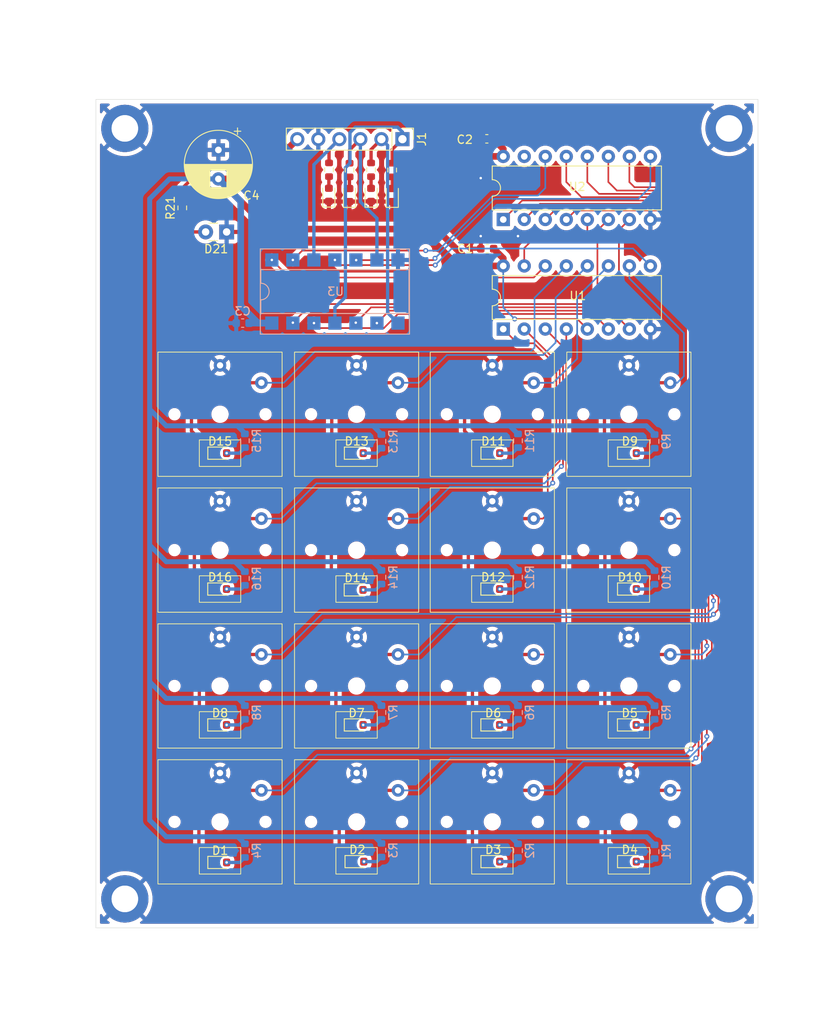
<source format=kicad_pcb>
(kicad_pcb (version 20240108) (generator "pcbnew") (generator_version "8.0")
  (layers (0 "F.Cu" signal) (31 "B.Cu" signal) (34 "B.Paste" user) (35 "F.Paste" user) (36 "B.SilkS" user "B.Silkscreen") (37 "F.SilkS" user "F.Silkscreen") (38 "B.Mask" user) (39 "F.Mask" user) (44 "Edge.Cuts" user))
  (net 0 "")
  (net 1 "GND")
  (net 2 "Net-(D1-A)")
  (net 3 "Net-(D2-A)")
  (net 4 "Net-(D3-A)")
  (net 5 "Net-(D4-A)")
  (net 6 "/0")
  (net 7 "/3")
  (net 8 "Net-(D5-A)")
  (net 9 "Net-(D6-A)")
  (net 10 "Net-(D7-A)")
  (net 11 "/2")
  (net 12 "/1")
  (net 13 "Net-(D8-A)")
  (net 14 "Net-(D9-A)")
  (net 15 "/7")
  (net 16 "/ret")
  (net 17 "Net-(D10-A)")
  (net 18 "Net-(D11-A)")
  (net 19 "/6")
  (net 20 "Net-(D12-A)")
  (net 21 "Net-(D13-A)")
  (net 22 "/5")
  (net 23 "Net-(D14-A)")
  (net 24 "Net-(D15-A)")
  (net 25 "/4")
  (net 26 "Net-(D16-A)")
  (net 27 "Net-(D17-A)")
  (net 28 "Net-(D18-A)")
  (net 29 "Net-(D19-A)")
  (net 30 "Net-(D20-A)")
  (net 31 "Net-(D21-A)")
  (net 32 "Net-(J1-Pin_4)")
  (net 33 "Net-(J1-Pin_2)")
  (net 34 "Net-(J1-Pin_3)")
  (net 35 "Net-(J1-Pin_1)")
  (net 36 "Net-(U1-S2)")
  (net 37 "Net-(U1-GS)")
  (net 38 "Net-(U1-S0)")
  (net 39 "Net-(U1-S1)")
  (net 40 "Net-(U1-EO)")
  (net 41 "Net-(U2-S2)")
  (net 42 "Net-(U2-S0)")
  (net 43 "Net-(U2-GS)")
  (net 44 "Net-(U2-S1)")
  (net 46 "+5V")
  (net 47 "/mul")
  (net 48 "/div")
  (net 49 "/add")
  (net 50 "/sub")
  (net 51 "/del")
  (net 52 "/9")
  (net 53 "/8")
  (footprint "keyboards:chocswbrown" (layer "F.Cu") (at 161.9 120.8)
    (property "Reference" "SW15" (hide yes))
    (property "Value" "SW_Push_45deg")
  )
  (footprint "keyboards:chocswbrown" (layer "F.Cu") (at 161.9 88)
    (property "Reference" "SW4" (hide yes))
    (property "Value" "SW_Push_45deg")
  )
  (footprint "LED_SMD:LED_0603_1608Metric" (layer "F.Cu") (at 112.5 109.1)
    (property "Reference" "D16")
    (property "Value" "LED_Small" (hide yes))
  )
  (footprint "keyboards:chocswbrown" (layer "F.Cu") (at 145.4 88)
    (property "Reference" "SW3" (hide yes))
    (property "Value" "SW_Push_45deg")
  )
  (footprint "MountingHole:MountingHole_3.2mm_M3_ISO7380_Pad" (layer "F.Cu") (at 174 146.5)
    (property "Reference" "REF**" (hide yes))
    (property "Value" "MountingHole_3.2mm_M3_ISO7380_Pad" (hide yes))
  )
  (footprint "" (layer "F.Cu") (at 174 146.5)
    (property "Reference" "")
    (property "Value" "")
  )
  (footprint "keyboards:chocswbrown" (layer "F.Cu") (at 112.5 137.2)
    (property "Reference" "SW10" (hide yes))
    (property "Value" "SW_Push_45deg" (hide yes))
  )
  (footprint "LED_SMD:LED_0603_1608Metric" (layer "F.Cu") (at 112.5125 142.1)
    (property "Reference" "D1")
    (property "Value" "LED_Small" (hide yes))
  )
  (footprint "LED_SMD:LED_0603_1608Metric" (layer "F.Cu") (at 145.5125 92.7)
    (property "Reference" "D11")
    (property "Value" "LED_Small" (hide yes))
  )
  (footprint "keyboards:chocswbrown" (layer "F.Cu") (at 129 137.2)
    (property "Reference" "SW12" (hide yes))
    (property "Value" "SW_Push_45deg" (hide yes))
  )
  (footprint "Capacitor_THT:CP_Radial_D8.0mm_P3.50mm" (layer "F.Cu") (at 112.3 56.1 -90)
    (property "Reference" "C4")
    (property "Value" "C_Polarized_Small" (hide yes))
  )
  (footprint "keyboards:chocswbrown" (layer "F.Cu") (at 112.5 120.8)
    (property "Reference" "SW9" (hide yes))
    (property "Value" "SW_Push_45deg")
  )
  (footprint "LED_SMD:LED_0603_1608Metric" (layer "F.Cu") (at 129.0125 92.7)
    (property "Reference" "D13")
    (property "Value" "LED_Small" (hide yes))
  )
  (footprint "Resistor_SMD:R_0603_1608Metric" (layer "F.Cu") (at 125.67 58.4925 90)
    (property "Reference" "R20" (hide yes))
    (property "Value" "R_Small" (hide yes))
  )
  (footprint "MountingHole:MountingHole_3.2mm_M3_ISO7380_Pad" (layer "F.Cu") (at 174 53.5)
    (property "Reference" "REF**" (hide yes))
    (property "Value" "MountingHole_3.2mm_M3_ISO7380_Pad" (hide yes))
  )
  (footprint "LED_SMD:LED_0603_1608Metric" (layer "F.Cu") (at 133.31 61.545 90)
    (property "Reference" "D17" (hide yes))
    (property "Value" "LED_Small" (hide yes))
  )
  (footprint "LED_SMD:LED_0603_1608Metric" (layer "F.Cu") (at 162.0125 92.7)
    (property "Reference" "D9")
    (property "Value" "LED_Small" (hide yes))
  )
  (footprint "MountingHole:MountingHole_3.2mm_M3_ISO7380_Pad" (layer "F.Cu") (at 101 146.5)
    (property "Reference" "REF**" (hide yes))
    (property "Value" "MountingHole_3.2mm_M3_ISO7380_Pad" (hide yes))
  )
  (footprint "keyboards:chocswbrown" (layer "F.Cu") (at 161.9 137.2)
    (property "Reference" "SW16" (hide yes))
    (property "Value" "SW_Push_45deg" (hide yes))
  )
  (footprint "MountingHole:MountingHole_3.2mm_M3_ISO7380_Pad" (layer "F.Cu") (at 101 53.5)
    (property "Reference" "REF**" (hide yes))
    (property "Value" "MountingHole_3.2mm_M3_ISO7380_Pad" (hide yes))
  )
  (footprint "keyboards:chocswbrown" (layer "F.Cu") (at 145.4 137.2)
    (property "Reference" "SW14" (hide yes))
    (property "Value" "SW_Push_45deg" (hide yes))
  )
  (footprint "LED_SMD:LED_0603_1608Metric" (layer "F.Cu") (at 128.9875 109.2)
    (property "Reference" "D14")
    (property "Value" "LED_Small" (hide yes))
  )
  (footprint "LED_SMD:LED_0603_1608Metric" (layer "F.Cu") (at 112.5125 92.7)
    (property "Reference" "D15")
    (property "Value" "LED_Small" (hide yes))
  )
  (footprint "Resistor_SMD:R_0603_1608Metric" (layer "F.Cu") (at 107.94 63.09 90)
    (property "Reference" "R21")
    (property "Value" "R_Small" (hide yes))
  )
  (footprint "Capacitor_SMD:C_0603_1608Metric" (layer "F.Cu") (at 144.785 68.02 180)
    (property "Reference" "C1")
    (property "Value" "C_Small" (hide yes))
  )
  (footprint "LED_SMD:LED_0603_1608Metric" (layer "F.Cu") (at 145.5 109.1)
    (property "Reference" "D12")
    (property "Value" "LED_Small" (hide yes))
  )
  (footprint "keyboards:chocswbrown" (layer "F.Cu") (at 145.4 104.4)
    (property "Reference" "SW7" (hide yes))
    (property "Value" "SW_Push_45deg")
  )
  (footprint "keyboards:chocswbrown" (layer "F.Cu") (at 161.9 104.4)
    (property "Reference" "SW8" (hide yes))
    (property "Value" "SW_Push_45deg")
  )
  (footprint "LED_SMD:LED_0603_1608Metric" (layer "F.Cu") (at 129 125.5)
    (property "Reference" "D7")
    (property "Value" "LED_Small" (hide yes))
  )
  (footprint "LED_SMD:LED_0603_1608Metric" (layer "F.Cu") (at 130.75 61.52 90)
    (property "Reference" "D18" (hide yes))
    (property "Value" "LED_Small" (hide yes))
  )
  (footprint "keyboards:chocswbrown" (layer "F.Cu") (at 129 104.4)
    (property "Reference" "SW6" (hide yes))
    (property "Value" "SW_Push_45deg")
  )
  (footprint "LED_SMD:LED_0603_1608Metric" (layer "F.Cu") (at 145.5125 142)
    (property "Reference" "D3")
    (property "Value" "LED_Small" (hide yes))
  )
  (footprint "Connector_PinHeader_2.54mm:PinHeader_1x06_P2.54mm_Vertical" (layer "F.Cu") (at 134.54 54.8 -90)
    (property "Reference" "J1")
    (property "Value" "Conn_01x06_Pin" (hide yes))
  )
  (footprint "Resistor_SMD:R_0603_1608Metric" (layer "F.Cu") (at 128.15 58.525 90)
    (property "Reference" "R19" (hide yes))
    (property "Value" "R_Small" (hide yes))
  )
  (footprint "Capacitor_SMD:C_0603_1608Metric" (layer "F.Cu") (at 144.735 54.76 180)
    (property "Reference" "C2")
    (property "Value" "C_Small" (hide yes))
  )
  (footprint "keyboards:chocswbrown" (layer "F.Cu") (at 112.5 88)
    (property "Reference" "SW1" (hide yes))
    (property "Value" "SW_Push_45deg")
  )
  (footprint "" (layer "F.Cu") (at 101 53.5)
    (property "Reference" "")
    (property "Value" "")
  )
  (footprint "LED_SMD:LED_0603_1608Metric" (layer "F.Cu") (at 162.0125 109.1)
    (property "Reference" "D10")
    (property "Value" "LED_Small" (hide yes))
  )
  (footprint "Resistor_SMD:R_0603_1608Metric" (layer "F.Cu") (at 130.75 58.5 90)
    (property "Reference" "R18" (hide yes))
    (property "Value" "R_Small" (hide yes))
  )
  (footprint "keyboards:chocswbrown" (layer "F.Cu") (at 129 88)
    (property "Reference" "SW2" (hide yes))
    (property "Value" "SW_Push_45deg")
  )
  (footprint "keyboards:chocswbrown" (layer "F.Cu") (at 129 120.8)
    (property "Reference" "SW11" (hide yes))
    (property "Value" "SW_Push_45deg")
  )
  (footprint "keyboards:chocswbrown" (layer "F.Cu") (at 145.4 120.8)
    (property "Reference" "SW13" (hide yes))
    (property "Value" "SW_Push_45deg")
  )
  (footprint "Package_DIP:DIP-16_W7.62mm" (layer "F.Cu") (at 146.72 64.5 90)
    (property "Reference" "U2")
    (property "Value" "74LS148")
  )
  (footprint "" (layer "F.Cu") (at 101 146.5)
    (property "Reference" "")
    (property "Value" "")
  )
  (footprint "Resistor_SMD:R_0603_1608Metric" (layer "F.Cu") (at 133.3 58.525 90)
    (property "Reference" "R17" (hide yes))
    (property "Value" "R_Small" (hide yes))
  )
  (footprint "LED_SMD:LED_0603_1608Metric" (layer "F.Cu") (at 162.0125 142)
    (property "Reference" "D4")
    (property "Value" "LED_Small" (hide yes))
  )
  (footprint "LED_SMD:LED_0603_1608Metric" (layer "F.Cu") (at 162 125.5)
    (property "Reference" "D5")
    (property "Value" "LED_Small" (hide yes))
  )
  (footprint "LED_SMD:LED_0603_1608Metric" (layer "F.Cu") (at 125.65 61.5125 90)
    (property "Reference" "D20" (hide yes))
    (property "Value" "LED_Small" (hide yes))
  )
  (footprint "LED_SMD:LED_0603_1608Metric" (layer "F.Cu") (at 112.5 125.5)
    (property "Reference" "D8")
    (property "Value" "LED_Small" (hide yes))
  )
  (footprint "LED_THT:LED_Rectangular_W3.0mm_H2.0mm" (layer "F.Cu") (at 113.3 66 180)
    (property "Reference" "D21")
    (property "Value" "LED_Small" (hide yes))
  )
  (footprint "keyboards:chocswbrown" (layer "F.Cu") (at 112.5 104.4)
    (property "Reference" "SW5" (hide yes))
    (property "Value" "SW_Push_45deg")
  )
  (footprint "LED_SMD:LED_0603_1608Metric" (layer "F.Cu") (at 128.14 61.545 90)
    (property "Reference" "D19" (hide yes))
    (property "Value" "LED_Small" (hide yes))
  )
  (footprint "LED_SMD:LED_0603_1608Metric" (layer "F.Cu") (at 129.0875 142)
    (property "Reference" "D2")
    (property "Value" "LED_Small" (hide yes))
  )
  (footprint "LED_SMD:LED_0603_1608Metric" (layer "F.Cu") (at 145.5 125.5)
    (property "Reference" "D6")
    (property "Value" "LED_Small" (hide yes))
  )
  (footprint "Package_DIP:DIP-16_W7.62mm" (layer "F.Cu") (at 146.72 77.72 90)
    (property "Reference" "U1")
    (property "Value" "74LS148")
  )
  (footprint "Package_DIP:DIP-14_W7.62mm_SMDSocket_SmallPads" (layer "B.Cu") (at 126.38 73.19 -90)
    (property "Reference" "U3")
    (property "Value" "74HC00")
  )
  (footprint "Resistor_SMD:R_0603_1608Metric" (layer "B.Cu") (at 132 124 90)
    (property "Reference" "R7")
    (property "Value" "R_Small" (hide yes))
  )
  (footprint "Capacitor_SMD:C_0603_1608Metric" (layer "B.Cu") (at 115.235 77 180)
    (property "Reference" "C3")
    (property "Value" "C_Small" (hide yes))
  )
  (footprint "Resistor_SMD:R_0603_1608Metric" (layer "B.Cu") (at 165 140.8 90)
    (property "Reference" "R1")
    (property "Value" "R_Small" (hide yes))
  )
  (footprint "Resistor_SMD:R_0603_1608Metric" (layer "B.Cu") (at 165 107.7 90)
    (property "Reference" "R10")
    (property "Value" "R_Small" (hide yes))
  )
  (footprint "Resistor_SMD:R_0603_1608Metric" (layer "B.Cu") (at 132 107.675 90)
    (property "Reference" "R14")
    (property "Value" "R_Small" (hide yes))
  )
  (footprint "Resistor_SMD:R_0603_1608Metric" (layer "B.Cu") (at 165 91.275 90)
    (property "Reference" "R9")
    (property "Value" "R_Small" (hide yes))
  )
  (footprint "Resistor_SMD:R_0603_1608Metric" (layer "B.Cu") (at 115.5 140.675 90)
    (property "Reference" "R4")
    (property "Value" "R_Small" (hide yes))
  )
  (footprint "Resistor_SMD:R_0603_1608Metric" (layer "B.Cu") (at 148.5 91.2 90)
    (property "Reference" "R11")
    (property "Value" "R_Small" (hide yes))
  )
  (footprint "Resistor_SMD:R_0603_1608Metric" (layer "B.Cu") (at 132 91.275 90)
    (property "Reference" "R13")
    (property "Value" "R_Small" (hide yes))
  )
  (footprint "Resistor_SMD:R_0603_1608Metric" (layer "B.Cu") (at 132 140.625 90)
    (property "Reference" "R3")
    (property "Value" "R_Small" (hide yes))
  )
  (footprint "Resistor_SMD:R_0603_1608Metric" (layer "B.Cu") (at 115.5 107.825 90)
    (property "Reference" "R16")
    (property "Value" "R_Small" (hide yes))
  )
  (footprint "Resistor_SMD:R_0603_1608Metric" (layer "B.Cu") (at 148.5 124 90)
    (property "Reference" "R6")
    (property "Value" "R_Small" (hide yes))
  )
  (footprint "Resistor_SMD:R_0603_1608Metric" (layer "B.Cu") (at 148.5 140.675 90)
    (property "Reference" "R2")
    (property "Value" "R_Small" (hide yes))
  )
  (footprint "Resistor_SMD:R_0603_1608Metric" (layer "B.Cu") (at 115.5 124 90)
    (property "Reference" "R8")
    (property "Value" "R_Small" (hide yes))
  )
  (footprint "Resistor_SMD:R_0603_1608Metric" (layer "B.Cu") (at 115.5 91.2 90)
    (property "Reference" "R15")
    (property "Value" "R_Small" (hide yes))
  )
  (footprint "Resistor_SMD:R_0603_1608Metric" (layer "B.Cu") (at 148.5 107.675 90)
    (property "Reference" "R12")
    (property "Value" "R_Small" (hide yes))
  )
  (footprint "Resistor_SMD:R_0603_1608Metric" (layer "B.Cu") (at 165 124 90)
    (property "Reference" "R5")
    (property "Value" "R_Small" (hide yes))
  )
  (gr_rect (start 97.5 50) (end 177.5 150) (stroke (width 0.05)) (fill none) (layer "Edge.Cuts"))
  (via (at 148.5 66.5) (size 0.6) (drill 0.3) (layers "F.Cu" "B.Cu") (net 1))
  (via (at 144 59.5) (size 0.6) (drill 0.3) (layers "F.Cu" "B.Cu") (net 1))
  (via (at 144 66.5) (size 0.6) (drill 0.3) (layers "F.Cu" "B.Cu") (net 1))
  (via (at 113.3 142.1) (size 0.6) (drill 0.3) (layers "F.Cu" "B.Cu") (net 2))
  (segment (start 113.3 142.1) (end 114.9 142.1) (width 0.4) (layer "B.Cu") (net 2))
  (segment (start 114.9 142.1) (end 115.5 141.5) (width 0.4) (layer "B.Cu") (net 2))
  (segment (start 129.875 142) (end 129.9 142) (width 0.4) (layer "F.Cu") (net 3))
  (via (at 129.9 142) (size 0.6) (drill 0.3) (layers "F.Cu" "B.Cu") (net 3))
  (segment (start 129.9 142) (end 131.45 142) (width 0.4) (layer "B.Cu") (net 3))
  (segment (start 131.45 142) (end 132 141.45) (width 0.4) (layer "B.Cu") (net 3))
  (via (at 146.3 142) (size 0.6) (drill 0.3) (layers "F.Cu" "B.Cu") (net 4))
  (segment (start 146.3 142) (end 148 142) (width 0.4) (layer "B.Cu") (net 4))
  (segment (start 148 142) (end 148.5 141.5) (width 0.4) (layer "B.Cu") (net 4))
  (via (at 162.8 142) (size 0.6) (drill 0.3) (layers "F.Cu" "B.Cu") (net 5))
  (segment (start 164.625 142) (end 165 141.625) (width 0.4) (layer "B.Cu") (net 5))
  (segment (start 162.8 142) (end 164.625 142) (width 0.4) (layer "B.Cu") (net 5))
  (segment (start 171.32 117.04) (end 171.92 116.44) (width 0.2) (layer "F.Cu") (net 6))
  (segment (start 171.52 115.024315) (end 171.52 63.17157) (width 0.2) (layer "F.Cu") (net 6))
  (segment (start 156.88 59.99) (end 156.88 56.88) (width 0.2) (layer "F.Cu") (net 6))
  (segment (start 171.52 63.17157) (end 169.74843 61.4) (width 0.2) (layer "F.Cu") (net 6))
  (segment (start 158.29 61.4) (end 156.88 59.99) (width 0.2) (layer "F.Cu") (net 6))
  (segment (start 169.74843 61.4) (end 158.29 61.4) (width 0.2) (layer "F.Cu") (net 6))
  (segment (start 171.32 126.89) (end 171.32 117.04) (width 0.2) (layer "F.Cu") (net 6))
  (segment (start 128.45 133.4) (end 126.9 134.95) (width 0.4) (layer "F.Cu") (net 6))
  (segment (start 126.9 140.6) (end 128.3 142) (width 0.4) (layer "F.Cu") (net 6))
  (segment (start 171.92 115.424315) (end 171.52 115.024315) (width 0.2) (layer "F.Cu") (net 6))
  (segment (start 171.92 116.44) (end 171.92 115.424315) (width 0.2) (layer "F.Cu") (net 6))
  (segment (start 134 133.4) (end 128.45 133.4) (width 0.4) (layer "F.Cu") (net 6))
  (segment (start 126.9 134.95) (end 126.9 140.6) (width 0.4) (layer "F.Cu") (net 6))
  (via (at 171.32 126.89) (size 0.6) (drill 0.3) (layers "F.Cu" "B.Cu") (net 6))
  (segment (start 136.45 133.4) (end 134 133.4) (width 0.2) (layer "B.Cu") (net 6))
  (segment (start 171.32 126.89) (end 171.32 127.328529) (width 0.2) (layer "B.Cu") (net 6))
  (segment (start 171.32 127.328529) (end 169.148529 129.5) (width 0.2) (layer "B.Cu") (net 6))
  (segment (start 169.148529 129.5) (end 140.35 129.5) (width 0.2) (layer "B.Cu") (net 6))
  (segment (start 140.35 129.5) (end 136.45 133.4) (width 0.2) (layer "B.Cu") (net 6))
  (segment (start 150.4 117) (end 144.5 117) (width 0.4) (layer "F.Cu") (net 7))
  (segment (start 144.5 117) (end 143 118.5) (width 0.4) (layer "F.Cu") (net 7))
  (segment (start 154.34 77.72) (end 154.34 116.01) (width 0.2) (layer "F.Cu") (net 7))
  (segment (start 143 123.7875) (end 144.7125 125.5) (width 0.4) (layer "F.Cu") (net 7))
  (segment (start 154.34 116.01) (end 153.35 117) (width 0.2) (layer "F.Cu") (net 7))
  (segment (start 143 118.5) (end 143 123.7875) (width 0.4) (layer "F.Cu") (net 7))
  (segment (start 153.35 117) (end 150.4 117) (width 0.2) (layer "F.Cu") (net 7))
  (segment (start 162.7875 125.5) (end 162.8 125.5) (width 0.4) (layer "F.Cu") (net 8))
  (via (at 162.8 125.5) (size 0.6) (drill 0.3) (layers "F.Cu" "B.Cu") (net 8))
  (segment (start 162.8 125.5) (end 164.325 125.5) (width 0.4) (layer "B.Cu") (net 8))
  (segment (start 164.325 125.5) (end 165 124.825) (width 0.4) (layer "B.Cu") (net 8))
  (segment (start 146.2875 125.5) (end 146.3 125.5) (width 0.4) (layer "F.Cu") (net 9))
  (via (at 146.3 125.5) (size 0.6) (drill 0.3) (layers "F.Cu" "B.Cu") (net 9))
  (segment (start 146.3 125.5) (end 147.825 125.5) (width 0.4) (layer "B.Cu") (net 9))
  (segment (start 147.825 125.5) (end 148.5 124.825) (width 0.4) (layer "B.Cu") (net 9))
  (segment (start 129.7875 125.5) (end 129.8 125.5) (width 0.4) (layer "F.Cu") (net 10))
  (via (at 129.8 125.5) (size 0.6) (drill 0.3) (layers "F.Cu" "B.Cu") (net 10))
  (segment (start 131.325 125.5) (end 132 124.825) (width 0.4) (layer "B.Cu") (net 10))
  (segment (start 129.8 125.5) (end 131.325 125.5) (width 0.4) (layer "B.Cu") (net 10))
  (segment (start 161.96 59.98) (end 161.96 56.88) (width 0.2) (layer "F.Cu") (net 11))
  (segment (start 172.32 109.664314) (end 172.32 62.840198) (width 0.2) (layer "F.Cu") (net 11))
  (segment (start 172.32 62.840198) (end 170.079802 60.6) (width 0.2) (layer "F.Cu") (net 11))
  (segment (start 128.05 117) (end 126.5 118.55) (width 0.4) (layer "F.Cu") (net 11))
  (segment (start 172.12 112.15) (end 172.72 111.55) (width 0.2) (layer "F.Cu") (net 11))
  (segment (start 170.079802 60.6) (end 162.58 60.6) (width 0.2) (layer "F.Cu") (net 11))
  (segment (start 134 117) (end 128.05 117) (width 0.4) (layer "F.Cu") (net 11))
  (segment (start 172.72 111.55) (end 172.72 110.064314) (width 0.2) (layer "F.Cu") (net 11))
  (segment (start 172.72 110.064314) (end 172.32 109.664314) (width 0.2) (layer "F.Cu") (net 11))
  (segment (start 126.5 123.7875) (end 128.2125 125.5) (width 0.4) (layer "F.Cu") (net 11))
  (segment (start 162.58 60.6) (end 161.96 59.98) (width 0.2) (layer "F.Cu") (net 11))
  (segment (start 126.5 118.55) (end 126.5 123.7875) (width 0.4) (layer "F.Cu") (net 11))
  (via (at 172.12 112.15) (size 0.6) (drill 0.3) (layers "F.Cu" "B.Cu") (net 11))
  (segment (start 136.55 117) (end 134 117) (width 0.2) (layer "B.Cu") (net 11))
  (segment (start 141.05 112.5) (end 136.55 117) (width 0.2) (layer "B.Cu") (net 11))
  (segment (start 171.77 112.5) (end 141.05 112.5) (width 0.2) (layer "B.Cu") (net 11))
  (segment (start 172.12 112.15) (end 171.77 112.5) (width 0.2) (layer "B.Cu") (net 11))
  (segment (start 117.5 117) (end 111.45 117) (width 0.4) (layer "F.Cu") (net 12))
  (segment (start 111.45 117) (end 110 118.45) (width 0.4) (layer "F.Cu") (net 12))
  (segment (start 159.42 59.97) (end 159.42 56.88) (width 0.2) (layer "F.Cu") (net 12))
  (segment (start 110 123.7875) (end 111.7125 125.5) (width 0.4) (layer "F.Cu") (net 12))
  (segment (start 171.92 109.83) (end 171.92 63.005884) (width 0.2) (layer "F.Cu") (net 12))
  (segment (start 171.92 63.005884) (end 169.914116 61) (width 0.2) (layer "F.Cu") (net 12))
  (segment (start 172.12 110.03) (end 171.92 109.83) (width 0.2) (layer "F.Cu") (net 12))
  (segment (start 160.45 61) (end 159.42 59.97) (width 0.2) (layer "F.Cu") (net 12))
  (segment (start 172.12 110.52) (end 172.12 110.03) (width 0.2) (layer "F.Cu") (net 12))
  (segment (start 110 118.45) (end 110 123.7875) (width 0.4) (layer "F.Cu") (net 12))
  (segment (start 169.914116 61) (end 160.45 61) (width 0.2) (layer "F.Cu") (net 12))
  (via (at 172.12 110.52) (size 0.6) (drill 0.3) (layers "F.Cu" "B.Cu") (net 12))
  (segment (start 171.32 112.1) (end 124.8 112.1) (width 0.2) (layer "B.Cu") (net 12))
  (segment (start 172.12 110.52) (end 172.12 111.3) (width 0.2) (layer "B.Cu") (net 12))
  (segment (start 172.12 111.3) (end 171.32 112.1) (width 0.2) (layer "B.Cu") (net 12))
  (segment (start 124.8 112.1) (end 119.9 117) (width 0.2) (layer "B.Cu") (net 12))
  (segment (start 119.9 117) (end 117.5 117) (width 0.2) (layer "B.Cu") (net 12))
  (segment (start 113.2875 125.5) (end 113.3 125.5) (width 0.4) (layer "F.Cu") (net 13))
  (via (at 113.3 125.5) (size 0.6) (drill 0.3) (layers "F.Cu" "B.Cu") (net 13))
  (segment (start 114.825 125.5) (end 115.5 124.825) (width 0.4) (layer "B.Cu") (net 13))
  (segment (start 113.3 125.5) (end 114.825 125.5) (width 0.4) (layer "B.Cu") (net 13))
  (via (at 162.8 92.7) (size 0.6) (drill 0.3) (layers "F.Cu" "B.Cu") (net 14))
  (segment (start 164.4 92.7) (end 165 92.1) (width 0.4) (layer "B.Cu") (net 14))
  (segment (start 162.8 92.7) (end 164.4 92.7) (width 0.4) (layer "B.Cu") (net 14))
  (segment (start 109.05 90.025) (end 111.725 92.7) (width 0.4) (layer "F.Cu") (net 15))
  (segment (start 109.05 86) (end 109.05 90.025) (width 0.4) (layer "F.Cu") (net 15))
  (segment (start 110.85 84.2) (end 109.05 86) (width 0.4) (layer "F.Cu") (net 15))
  (segment (start 117.5 84.2) (end 110.85 84.2) (width 0.4) (layer "F.Cu") (net 15))
  (segment (start 120.2 84.2) (end 117.5 84.2) (width 0.2) (layer "B.Cu") (net 15))
  (segment (start 150 80.45) (end 123.95 80.45) (width 0.2) (layer "B.Cu") (net 15))
  (segment (start 154.34 70.1) (end 150.5 73.94) (width 0.2) (layer "B.Cu") (net 15))
  (segment (start 150.5 73.94) (end 150.5 79.95) (width 0.2) (layer "B.Cu") (net 15))
  (segment (start 150.5 79.95) (end 150 80.45) (width 0.2) (layer "B.Cu") (net 15))
  (segment (start 123.95 80.45) (end 120.2 84.2) (width 0.2) (layer "B.Cu") (net 15))
  (segment (start 168.95 100.6) (end 166.9 100.6) (width 0.2) (layer "F.Cu") (net 16))
  (segment (start 154.34 64.5) (end 154.35 64.5) (width 0.2) (layer "F.Cu") (net 16))
  (segment (start 169.52 100.03) (end 168.95 100.6) (width 0.2) (layer "F.Cu") (net 16))
  (segment (start 155.45 63.4) (end 168.92 63.4) (width 0.2) (layer "F.Cu") (net 16))
  (segment (start 166.9 100.6) (end 160.9 100.6) (width 0.4) (layer "F.Cu") (net 16))
  (segment (start 154.35 64.5) (end 155.45 63.4) (width 0.2) (layer "F.Cu") (net 16))
  (segment (start 160.9 100.6) (end 159 102.5) (width 0.4) (layer "F.Cu") (net 16))
  (segment (start 169.52 64) (end 169.52 100.03) (width 0.2) (layer "F.Cu") (net 16))
  (segment (start 168.92 63.4) (end 169.52 64) (width 0.2) (layer "F.Cu") (net 16))
  (segment (start 159 106.875) (end 161.225 109.1) (width 0.4) (layer "F.Cu") (net 16))
  (segment (start 159 102.5) (end 159 106.875) (width 0.4) (layer "F.Cu") (net 16))
  (via (at 162.8 109.1) (size 0.6) (drill 0.3) (layers "F.Cu" "B.Cu") (net 17))
  (segment (start 164.425 109.1) (end 165 108.525) (width 0.4) (layer "B.Cu") (net 17))
  (segment (start 162.8 109.1) (end 164.425 109.1) (width 0.4) (layer "B.Cu") (net 17))
  (via (at 146.3 92.7) (size 0.6) (drill 0.3) (layers "F.Cu" "B.Cu") (net 18))
  (segment (start 146.3 92.7) (end 147.825 92.7) (width 0.4) (layer "B.Cu") (net 18))
  (segment (start 147.825 92.7) (end 148.5 92.025) (width 0.4) (layer "B.Cu") (net 18))
  (segment (start 148.437843 79.437843) (end 150.412157 79.437843) (width 0.2) (layer "F.Cu") (net 19))
  (segment (start 146.72 77.72) (end 148.437843 79.437843) (width 0.2) (layer "F.Cu") (net 19))
  (segment (start 142.5 106.9) (end 142.5 102.1) (width 0.4) (layer "F.Cu") (net 19))
  (segment (start 150.412157 79.437843) (end 153.14 82.165686) (width 0.2) (layer "F.Cu") (net 19))
  (segment (start 151.5 100.6) (end 150.4 100.6) (width 0.2) (layer "F.Cu") (net 19))
  (segment (start 144 100.6) (end 142.5 102.1) (width 0.4) (layer "F.Cu") (net 19))
  (segment (start 152.1 94.525785) (end 152.1 100) (width 0.2) (layer "F.Cu") (net 19))
  (segment (start 144.7 109.1) (end 142.5 106.9) (width 0.4) (layer "F.Cu") (net 19))
  (segment (start 152.1 100) (end 151.5 100.6) (width 0.2) (layer "F.Cu") (net 19))
  (segment (start 153.14 93.485785) (end 152.1 94.525785) (width 0.2) (layer "F.Cu") (net 19))
  (segment (start 153.14 82.165686) (end 153.14 93.485785) (width 0.2) (layer "F.Cu") (net 19))
  (segment (start 144 100.6) (end 150.4 100.6) (width 0.4) (layer "F.Cu") (net 19))
  (segment (start 144.7125 109.1) (end 144.7 109.1) (width 0.4) (layer "F.Cu") (net 19))
  (segment (start 146.2875 109.1) (end 146.3 109.1) (width 0.4) (layer "F.Cu") (net 20))
  (via (at 146.3 109.1) (size 0.6) (drill 0.3) (layers "F.Cu" "B.Cu") (net 20))
  (segment (start 147.9 109.1) (end 148.5 108.5) (width 0.4) (layer "B.Cu") (net 20))
  (segment (start 146.3 109.1) (end 147.9 109.1) (width 0.4) (layer "B.Cu") (net 20))
  (via (at 129.8 92.7) (size 0.6) (drill 0.3) (layers "F.Cu" "B.Cu") (net 21))
  (segment (start 131.4 92.7) (end 132 92.1) (width 0.4) (layer "B.Cu") (net 21))
  (segment (start 129.8 92.7) (end 131.4 92.7) (width 0.4) (layer "B.Cu") (net 21))
  (segment (start 134 100.6) (end 127.35 100.6) (width 0.4) (layer "F.Cu") (net 22))
  (segment (start 153.54 82) (end 149.26 77.72) (width 0.2) (layer "F.Cu") (net 22))
  (segment (start 152.7 94.491471) (end 153.54 93.651471) (width 0.2) (layer "F.Cu") (net 22))
  (segment (start 152.7 96.3) (end 152.7 94.491471) (width 0.2) (layer "F.Cu") (net 22))
  (segment (start 125.95 106.95) (end 128.2 109.2) (width 0.4) (layer "F.Cu") (net 22))
  (segment (start 127.35 100.6) (end 125.95 102) (width 0.4) (layer "F.Cu") (net 22))
  (segment (start 153.54 93.651471) (end 153.54 82) (width 0.2) (layer "F.Cu") (net 22))
  (segment (start 125.95 102) (end 125.95 106.95) (width 0.4) (layer "F.Cu") (net 22))
  (via (at 152.7 96.3) (size 0.6) (drill 0.3) (layers "F.Cu" "B.Cu") (net 22))
  (segment (start 136.45 100.6) (end 134 100.6) (width 0.2) (layer "B.Cu") (net 22))
  (segment (start 152.7 96.3) (end 152.25 96.75) (width 0.2) (layer "B.Cu") (net 22))
  (segment (start 152.25 96.75) (end 140.3 96.75) (width 0.2) (layer "B.Cu") (net 22))
  (segment (start 140.3 96.75) (end 136.45 100.6) (width 0.2) (layer "B.Cu") (net 22))
  (segment (start 129.775 109.2) (end 129.8 109.2) (width 0.4) (layer "F.Cu") (net 23))
  (via (at 129.8 109.2) (size 0.6) (drill 0.3) (layers "F.Cu" "B.Cu") (net 23))
  (segment (start 129.8 109.2) (end 131.3 109.2) (width 0.4) (layer "B.Cu") (net 23))
  (segment (start 131.3 109.2) (end 132 108.5) (width 0.4) (layer "B.Cu") (net 23))
  (via (at 113.3 92.7) (size 0.6) (drill 0.3) (layers "F.Cu" "B.Cu") (net 24))
  (segment (start 113.3 92.7) (end 114.825 92.7) (width 0.4) (layer "B.Cu") (net 24))
  (segment (start 114.825 92.7) (end 115.5 92.025) (width 0.4) (layer "B.Cu") (net 24))
  (segment (start 153.94 94.1) (end 153.94 79.86) (width 0.2) (layer "F.Cu") (net 25))
  (segment (start 153.74 94.3) (end 153.94 94.1) (width 0.2) (layer "F.Cu") (net 25))
  (segment (start 153.94 79.86) (end 151.8 77.72) (width 0.2) (layer "F.Cu") (net 25))
  (segment (start 109.4 102) (end 109.4 106.7875) (width 0.4) (layer "F.Cu") (net 25))
  (segment (start 109.4 106.7875) (end 111.7125 109.1) (width 0.4) (layer "F.Cu") (net 25))
  (segment (start 110.8 100.6) (end 109.4 102) (width 0.4) (layer "F.Cu") (net 25))
  (segment (start 117.5 100.6) (end 110.8 100.6) (width 0.4) (layer "F.Cu") (net 25))
  (via (at 153.74 94.3) (size 0.6) (drill 0.3) (layers "F.Cu" "B.Cu") (net 25))
  (segment (start 151.69 96.35) (end 124.15 96.35) (width 0.2) (layer "B.Cu") (net 25))
  (segment (start 153.74 94.3) (end 151.69 96.35) (width 0.2) (layer "B.Cu") (net 25))
  (segment (start 119.9 100.6) (end 117.5 100.6) (width 0.2) (layer "B.Cu") (net 25))
  (segment (start 124.15 96.35) (end 119.9 100.6) (width 0.2) (layer "B.Cu") (net 25))
  (segment (start 113.2875 109.1) (end 113.3 109.1) (width 0.4) (layer "F.Cu") (net 26))
  (via (at 113.3 109.1) (size 0.6) (drill 0.3) (layers "F.Cu" "B.Cu") (net 26))
  (segment (start 113.3 109.1) (end 115.05 109.1) (width 0.4) (layer "B.Cu") (net 26))
  (segment (start 115.05 109.1) (end 115.5 108.65) (width 0.4) (layer "B.Cu") (net 26))
  (segment (start 133.31 60.7575) (end 133.31 59.36) (width 0.4) (layer "F.Cu") (net 27))
  (segment (start 133.31 59.36) (end 133.3 59.35) (width 0.4) (layer "F.Cu") (net 27))
  (segment (start 130.75 60.7325) (end 130.75 59.325) (width 0.4) (layer "F.Cu") (net 28))
  (segment (start 128.14 60.7575) (end 128.14 59.36) (width 0.4) (layer "F.Cu") (net 29))
  (segment (start 128.14 59.36) (end 128.15 59.35) (width 0.4) (layer "F.Cu") (net 29))
  (segment (start 125.65 59.3375) (end 125.67 59.3175) (width 0.4) (layer "F.Cu") (net 30))
  (segment (start 125.65 60.725) (end 125.65 59.3375) (width 0.4) (layer "F.Cu") (net 30))
  (segment (start 107.94 63.915) (end 107.94 64.94) (width 0.4) (layer "F.Cu") (net 31))
  (segment (start 107.94 64.94) (end 109 66) (width 0.4) (layer "F.Cu") (net 31))
  (segment (start 109 66) (end 110.76 66) (width 0.4) (layer "F.Cu") (net 31))
  (segment (start 125.67 56.05) (end 126.92 54.8) (width 0.4) (layer "F.Cu") (net 32))
  (segment (start 125.67 57.6675) (end 125.67 56.05) (width 0.4) (layer "F.Cu") (net 32))
  (segment (start 126.92 54.8) (end 123.84 57.88) (width 0.4) (layer "B.Cu") (net 32))
  (segment (start 123.84 57.88) (end 123.84 69.38) (width 0.4) (layer "B.Cu") (net 32))
  (segment (start 130.75 57.675) (end 130.75 56.05) (width 0.4) (layer "F.Cu") (net 33))
  (segment (start 130.75 56.05) (end 132 54.8) (width 0.4) (layer "F.Cu") (net 33))
  (segment (start 132.75 75.75) (end 134 77) (width 0.4) (layer "B.Cu") (net 33))
  (segment (start 132.75 55.55) (end 132.75 75.75) (width 0.4) (layer "B.Cu") (net 33))
  (segment (start 132 54.8) (end 132.75 55.55) (width 0.4) (layer "B.Cu") (net 33))
  (segment (start 128.15 57.7) (end 128.15 56.11) (width 0.4) (layer "F.Cu") (net 34))
  (segment (start 128.15 56.11) (end 129.46 54.8) (width 0.4) (layer "F.Cu") (net 34))
  (segment (start 129.46 62.36) (end 131.46 64.36) (width 0.4) (layer "B.Cu") (net 34))
  (segment (start 129.46 54.8) (end 129.46 62.36) (width 0.4) (layer "B.Cu") (net 34))
  (segment (start 131.46 64.36) (end 131.46 69.38) (width 0.4) (layer "B.Cu") (net 34))
  (segment (start 133.3 56.04) (end 134.54 54.8) (width 0.4) (layer "F.Cu") (net 35))
  (segment (start 133.3 57.7) (end 133.3 56.04) (width 0.4) (layer "F.Cu") (net 35))
  (segment (start 133.95 53.35) (end 128.85 53.35) (width 0.4) (layer "B.Cu") (net 35))
  (segment (start 126.38 75.12) (end 126.38 77) (width 0.4) (layer "B.Cu") (net 35))
  (segment (start 128.2 57.7) (end 127.65 58.25) (width 0.4) (layer "B.Cu") (net 35))
  (segment (start 128.2 54) (end 128.2 57.7) (width 0.4) (layer "B.Cu") (net 35))
  (segment (start 127.65 58.25) (end 127.65 73.85) (width 0.4) (layer "B.Cu") (net 35))
  (segment (start 134.54 54.8) (end 134.54 53.94) (width 0.4) (layer "B.Cu") (net 35))
  (segment (start 128.85 53.35) (end 128.2 54) (width 0.4) (layer "B.Cu") (net 35))
  (segment (start 134.54 53.94) (end 133.95 53.35) (width 0.4) (layer "B.Cu") (net 35))
  (segment (start 127.65 73.85) (end 126.38 75.12) (width 0.4) (layer "B.Cu") (net 35))
  (segment (start 157.6 75.9) (end 159.42 77.72) (width 0.2) (layer "F.Cu") (net 36))
  (segment (start 123.85 77) (end 124.45 77.6) (width 0.2) (layer "F.Cu") (net 36))
  (segment (start 134 75.9) (end 157.6 75.9) (width 0.2) (layer "F.Cu") (net 36))
  (segment (start 132.3 77.6) (end 134 75.9) (width 0.2) (layer "F.Cu") (net 36))
  (segment (start 124.45 77.6) (end 132.3 77.6) (width 0.2) (layer "F.Cu") (net 36))
  (via (at 123.85 77) (size 0.6) (drill 0.3) (layers "F.Cu" "B.Cu") (net 36))
  (segment (start 123.84 77) (end 123.85 77) (width 0.2) (layer "B.Cu") (net 36))
  (segment (start 120.88 71.5) (end 150.4 71.5) (width 0.2) (layer "F.Cu") (net 37))
  (segment (start 150.4 71.5) (end 151.8 70.1) (width 0.2) (layer "F.Cu") (net 37))
  (segment (start 118.76 69.38) (end 120.88 71.5) (width 0.2) (layer "F.Cu") (net 37))
  (via (at 118.76 69.38) (size 0.6) (drill 0.3) (layers "F.Cu" "B.Cu") (net 37))
  (segment (start 127 70) (end 138.5 70) (width 0.2) (layer "F.Cu") (net 38))
  (segment (start 126.38 69.38) (end 127 70) (width 0.2) (layer "F.Cu") (net 38))
  (via (at 138.5 70) (size 0.6) (drill 0.3) (layers "F.Cu" "B.Cu") (net 38))
  (via (at 126.38 69.38) (size 0.6) (drill 0.3) (layers "F.Cu" "B.Cu") (net 38))
  (segment (start 140.5 68) (end 138.5 70) (width 0.2) (layer "B.Cu") (net 38))
  (segment (start 164.5 70.1) (end 162.4 68) (width 0.2) (layer "B.Cu") (net 38))
  (segment (start 162.4 68) (end 159.4 68) (width 0.2) (layer "B.Cu") (net 38))
  (segment (start 159.4 68) (end 140.5 68) (width 0.2) (layer "B.Cu") (net 38))
  (segment (start 159.75 75.5) (end 161.96 77.71) (width 0.2) (layer "F.Cu") (net 39))
  (segment (start 131.45 77) (end 132.95 75.5) (width 0.2) (layer "F.Cu") (net 39))
  (segment (start 161.96 77.71) (end 161.96 77.72) (width 0.2) (layer "F.Cu") (net 39))
  (segment (start 132.95 75.5) (end 159.75 75.5) (width 0.2) (layer "F.Cu") (net 39))
  (via (at 131.45 77) (size 0.6) (drill 0.3) (layers "F.Cu" "B.Cu") (net 39))
  (segment (start 131.46 77) (end 131.45 77) (width 0.2) (layer "B.Cu") (net 39))
  (segment (start 156.88 66.22) (end 156.88 64.5) (width 0.2) (layer "F.Cu") (net 40))
  (segment (start 150.3 66.9) (end 156.2 66.9) (width 0.2) (layer "F.Cu") (net 40))
  (segment (start 149.26 67.94) (end 150.3 66.9) (width 0.2) (layer "F.Cu") (net 40))
  (segment (start 156.2 66.9) (end 156.88 66.22) (width 0.2) (layer "F.Cu") (net 40))
  (segment (start 149.26 70.1) (end 149.26 67.94) (width 0.2) (layer "F.Cu") (net 40))
  (segment (start 123.55 74.7) (end 157.5 74.7) (width 0.2) (layer "F.Cu") (net 41))
  (segment (start 121.3 76.95) (end 123.55 74.7) (width 0.2) (layer "F.Cu") (net 41))
  (segment (start 158.1 74.1) (end 158.1 65.82) (width 0.2) (layer "F.Cu") (net 41))
  (segment (start 157.5 74.7) (end 158.1 74.1) (width 0.2) (layer "F.Cu") (net 41))
  (segment (start 158.1 65.82) (end 159.42 64.5) (width 0.2) (layer "F.Cu") (net 41))
  (via (at 121.3 76.95) (size 0.6) (drill 0.3) (layers "F.Cu" "B.Cu") (net 41))
  (segment (start 121.3 77) (end 121.3 76.95) (width 0.2) (layer "B.Cu") (net 41))
  (segment (start 138.25147 69.4) (end 128.95 69.4) (width 0.2) (layer "F.Cu") (net 42))
  (segment (start 138.475735 69.175735) (end 138.25147 69.4) (width 0.2) (layer "F.Cu") (net 42))
  (via (at 138.475735 69.175735) (size 0.6) (drill 0.3) (layers "F.Cu" "B.Cu") (net 42))
  (via (at 128.95 69.4) (size 0.6) (drill 0.3) (layers "F.Cu" "B.Cu") (net 42))
  (segment (start 128.92 69.38) (end 128.93 69.38) (width 0.2) (layer "B.Cu") (net 42))
  (segment (start 163.05 62) (end 164.5 60.55) (width 0.2) (layer "B.Cu") (net 42))
  (segment (start 128.93 69.38) (end 128.95 69.4) (width 0.2) (layer "B.Cu") (net 42))
  (segment (start 164.5 60.55) (end 164.5 56.88) (width 0.2) (layer "B.Cu") (net 42))
  (segment (start 138.475735 69.174265) (end 145.65 62) (width 0.2) (layer "B.Cu") (net 42))
  (segment (start 138.475735 69.175735) (end 138.475735 69.174265) (width 0.2) (layer "B.Cu") (net 42))
  (segment (start 145.65 62) (end 163.05 62) (width 0.2) (layer "B.Cu") (net 42))
  (segment (start 137.35 68.25) (end 122.43 68.25) (width 0.2) (layer "F.Cu") (net 43))
  (segment (start 122.43 68.25) (end 121.3 69.38) (width 0.2) (layer "F.Cu") (net 43))
  (via (at 121.3 69.38) (size 0.6) (drill 0.3) (layers "F.Cu" "B.Cu") (net 43))
  (via (at 137.35 68.25) (size 0.6) (drill 0.3) (layers "F.Cu" "B.Cu") (net 43))
  (segment (start 145.484314 61.6) (end 150.9 61.6) (width 0.2) (layer "B.Cu") (net 43))
  (segment (start 151.8 60.7) (end 151.8 56.88) (width 0.2) (layer "B.Cu") (net 43))
  (segment (start 137.35 68.25) (end 138.834314 68.25) (width 0.2) (layer "B.Cu") (net 43))
  (segment (start 138.834314 68.25) (end 145.484314 61.6) (width 0.2) (layer "B.Cu") (net 43))
  (segment (start 150.9 61.6) (end 151.8 60.7) (width 0.2) (layer "B.Cu") (net 43))
  (segment (start 159.8 75.1) (end 160.7 74.2) (width 0.2) (layer "F.Cu") (net 44))
  (segment (start 160.7 74.2) (end 160.7 65.76) (width 0.2) (layer "F.Cu") (net 44))
  (segment (start 160.7 65.76) (end 161.96 64.5) (width 0.2) (layer "F.Cu") (net 44))
  (segment (start 130.75 75.1) (end 159.8 75.1) (width 0.2) (layer "F.Cu") (net 44))
  (segment (start 128.9 76.95) (end 130.75 75.1) (width 0.2) (layer "F.Cu") (net 44))
  (via (at 128.9 76.95) (size 0.6) (drill 0.3) (layers "F.Cu" "B.Cu") (net 44))
  (segment (start 128.92 77) (end 128.92 76.97) (width 0.2) (layer "B.Cu") (net 44))
  (segment (start 128.92 76.97) (end 128.9 76.95) (width 0.2) (layer "B.Cu") (net 44))
  (segment (start 109.07 59.6) (end 112.3 59.6) (width 0.4) (layer "F.Cu") (net 46))
  (segment (start 148.1 76.5) (end 155.66 76.5) (width 0.2) (layer "F.Cu") (net 46))
  (segment (start 118.35 65.65) (end 112.3 59.6) (width 0.8) (layer "F.Cu") (net 46))
  (segment (start 146.72 70.1) (end 146.72 69.18) (width 0.8) (layer "F.Cu") (net 46))
  (segment (start 138.35 65.65) (end 141.75 62.25) (width 0.8) (layer "F.Cu") (net 46))
  (segment (start 138.65 65.65) (end 137.25 65.65) (width 0.8) (layer "F.Cu") (net 46))
  (segment (start 141.75 58.2) (end 143.07 56.88) (width 0.8) (layer "F.Cu") (net 46))
  (segment (start 146.72 70.1) (end 143.1 70.1) (width 0.8) (layer "F.Cu") (net 46))
  (segment (start 137.25 65.65) (end 138.35 65.65) (width 0.8) (layer "F.Cu") (net 46))
  (segment (start 107.94 60.73) (end 109.07 59.6) (width 0.4) (layer "F.Cu") (net 46))
  (segment (start 143.07 56.88) (end 146.72 56.88) (width 0.8) (layer "F.Cu") (net 46))
  (segment (start 146.72 69.18) (end 145.56 68.02) (width 0.8) (layer "F.Cu") (net 46))
  (segment (start 143.1 70.1) (end 138.65 65.65) (width 0.8) (layer "F.Cu") (net 46))
  (segment (start 141.75 62.25) (end 141.75 58.2) (width 0.8) (layer "F.Cu") (net 46))
  (segment (start 137.25 65.65) (end 118.35 65.65) (width 0.8) (layer "F.Cu") (net 46))
  (segment (start 107.94 62.265) (end 107.94 60.73) (width 0.4) (layer "F.Cu") (net 46))
  (segment (start 146.72 56.88) (end 146.72 55.97) (width 0.8) (layer "F.Cu") (net 46))
  (segment (start 117.04 59.6) (end 112.3 59.6) (width 0.8) (layer "F.Cu") (net 46))
  (segment (start 146.72 55.97) (end 145.51 54.76) (width 0.8) (layer "F.Cu") (net 46))
  (segment (start 121.84 54.8) (end 117.04 59.6) (width 0.8) (layer "F.Cu") (net 46))
  (segment (start 155.66 76.5) (end 156.88 77.72) (width 0.2) (layer "F.Cu") (net 46))
  (via (at 148.1 76.5) (size 0.6) (drill 0.3) (layers "F.Cu" "B.Cu") (net 46))
  (segment (start 131.2 139) (end 132 139.8) (width 0.6) (layer "B.Cu") (net 46))
  (segment (start 114.3 105.8) (end 113.9 105.8) (width 0.6) (layer "B.Cu") (net 46))
  (segment (start 165 106.875) (end 165 106.8) (width 0.6) (layer "B.Cu") (net 46))
  (segment (start 148.5 106.85) (end 148.5 106.8) (width 0.6) (layer "B.Cu") (net 46))
  (segment (start 148.5 123.1) (end 147.7 122.3) (width 0.6) (layer "B.Cu") (net 46))
  (segment (start 104 87.4) (end 104 87.1) (width 0.6) (layer "B.Cu") (net 46))
  (segment (start 106 89.4) (end 104 87.4) (width 0.6) (layer "B.Cu") (net 46))
  (segment (start 117.1 77) (end 115 74.9) (width 0.8) (layer "B.Cu") (net 46))
  (segment (start 114.6 89.4) (end 106 89.4) (width 0.6) (layer "B.Cu") (net 46))
  (segment (start 104 120.2) (end 104 120.5) (width 0.6) (layer "B.Cu") (net 46))
  (segment (start 114.65 139) (end 131.2 139) (width 0.6) (layer "B.Cu") (net 46))
  (segment (start 115.5 123.175) (end 115.5 123.1) (width 0.6) (layer "B.Cu") (net 46))
  (segment (start 165 106.8) (end 164 105.8) (width 0.6) (layer "B.Cu") (net 46))
  (segment (start 147.7 122.3) (end 164.125 122.3) (width 0.6) (layer "B.Cu") (net 46))
  (segment (start 147.65 139) (end 164.025 139) (width 0.6) (layer "B.Cu") (net 46))
  (segment (start 116.01 77) (end 118.76 77) (width 0.8) (layer "B.Cu") (net 46))
  (segment (start 164.125 122.3) (end 165 123.175) (width 0.6) (layer "B.Cu") (net 46))
  (segment (start 106.4 59.6) (end 104 62) (width 0.6) (layer "B.Cu") (net 46))
  (segment (start 132 106.8) (end 131 105.8) (width 0.6) (layer "B.Cu") (net 46))
  (segment (start 148.5 123.175) (end 148.5 123.1) (width 0.6) (layer "B.Cu") (net 46))
  (segment (start 104 87.1) (end 104 103.7) (width 0.6) (layer "B.Cu") (net 46))
  (segment (start 148.5 90.375) (end 148.475 90.375) (width 0.6) (layer "B.Cu") (net 46))
  (segment (start 104 120.3) (end 106 122.3) (width 0.6) (layer "B.Cu") (net 46))
  (segment (start 114.65 139) (end 115.5 139.85) (width 0.6) (layer "B.Cu") (net 46))
  (segment (start 115.5 90.3) (end 114.6 89.4) (width 0.6) (layer "B.Cu") (net 46))
  (segment (start 115 74.9) (end 115 62.3) (width 0.8) (layer "B.Cu") (net 46))
  (segment (start 113.9 105.8) (end 106 105.8) (width 0.6) (layer "B.Cu") (net 46))
  (segment (start 114.7 122.3) (end 131.2 122.3) (width 0.6) (layer "B.Cu") (net 46))
  (segment (start 148.1 76.5) (end 146.72 75.12) (width 0.2) (layer "B.Cu") (net 46))
  (segment (start 104 137) (end 106 139) (width 0.6) (layer "B.Cu") (net 46))
  (segment (start 131.2 139) (end 147.65 139) (width 0.6) (layer "B.Cu") (net 46))
  (segment (start 115.5 123.1) (end 114.7 122.3) (width 0.6) (layer "B.Cu") (net 46))
  (segment (start 106 105.8) (end 104 103.8) (width 0.6) (layer "B.Cu") (net 46))
  (segment (start 147.65 139) (end 148.5 139.85) (width 0.6) (layer "B.Cu") (net 46))
  (segment (start 115.5 90.375) (end 115.5 90.3) (width 0.6) (layer "B.Cu") (net 46))
  (segment (start 148.475 90.375) (end 147.5 89.4) (width 0.6) (layer "B.Cu") (net 46))
  (segment (start 118.76 77) (end 117.1 77) (width 0.8) (layer "B.Cu") (net 46))
  (segment (start 106 139) (end 114.65 139) (width 0.6) (layer "B.Cu") (net 46))
  (segment (start 131.2 122.3) (end 147.7 122.3) (width 0.6) (layer "B.Cu") (net 46))
  (segment (start 165 90.4) (end 164 89.4) (width 0.6) (layer "B.Cu") (net 46))
  (segment (start 115.5 107) (end 114.3 105.8) (width 0.6) (layer "B.Cu") (net 46))
  (segment (start 132 123.175) (end 132 123.1) (width 0.6) (layer "B.Cu") (net 46))
  (segment (start 104 103.8) (end 104 103.7) (width 0.6) (layer "B.Cu") (net 46))
  (segment (start 146.72 75.12) (end 146.72 70.1) (width 0.2) (layer "B.Cu") (net 46))
  (segment (start 104 62) (end 104 87.1) (width 0.6) (layer "B.Cu") (net 46))
  (segment (start 104 103.7) (end 104 120.2) (width 0.6) (layer "B.Cu") (net 46))
  (segment (start 104 120.2) (end 104 120.3) (width 0.6) (layer "B.Cu") (net 46))
  (segment (start 112.3 59.6) (end 106.4 59.6) (width 0.6) (layer "B.Cu") (net 46))
  (segment (start 106 122.3) (end 114.7 122.3) (width 0.6) (layer "B.Cu") (net 46))
  (segment (start 131 105.8) (end 113.9 105.8) (width 0.6) (layer "B.Cu") (net 46))
  (segment (start 132 90.45) (end 132 90.4) (width 0.6) (layer "B.Cu") (net 46))
  (segment (start 132 106.85) (end 132 106.8) (width 0.6) (layer "B.Cu") (net 46))
  (segment (start 132 123.1) (end 131.2 122.3) (width 0.6) (layer "B.Cu") (net 46))
  (segment (start 147.5 89.4) (end 131 89.4) (width 0.6) (layer "B.Cu") (net 46))
  (segment (start 164 89.4) (end 147.5 89.4) (width 0.6) (layer "B.Cu") (net 46))
  (segment (start 132 90.4) (end 131 89.4) (width 0.6) (layer "B.Cu") (net 46))
  (segment (start 164 105.8) (end 147.5 105.8) (width 0.6) (layer "B.Cu") (net 46))
  (segment (start 147.5 105.8) (end 131 105.8) (width 0.6) (layer "B.Cu") (net 46))
  (segment (start 165 90.45) (end 165 90.4) (width 0.6) (layer "B.Cu") (net 46))
  (segment (start 148.5 106.8) (end 147.5 105.8) (width 0.6) (layer "B.Cu") (net 46))
  (segment (start 115 62.3) (end 112.3 59.6) (width 0.8) (layer "B.Cu") (net 46))
  (segment (start 164.025 139) (end 165 139.975) (width 0.6) (layer "B.Cu") (net 46))
  (segment (start 131 89.4) (end 114.6 89.4) (width 0.6) (layer "B.Cu") (net 46))
  (segment (start 104 120.5) (end 104 137) (width 0.6) (layer "B.Cu") (net 46))
  (segment (start 151.82 64.5) (end 151.8 64.5) (width 0.2) (layer "F.Cu") (net 47))
  (segment (start 169.41 128.39) (end 169.92 127.88) (width 0.2) (layer "F.Cu") (net 47))
  (segment (start 111.55 133.4) (end 109.95 135) (width 0.4) (layer "F.Cu") (net 47))
  (segment (start 109.95 135) (end 109.95 140.325) (width 0.4) (layer "F.Cu") (net 47))
  (segment (start 169.085686 63) (end 153.32 63) (width 0.2) (layer "F.Cu") (net 47))
  (segment (start 153.32 63) (end 151.82 64.5) (width 0.2) (layer "F.Cu") (net 47))
  (segment (start 169.92 63.834314) (end 169.085686 63) (width 0.2) (layer "F.Cu") (net 47))
  (segment (start 109.95 140.325) (end 111.725 142.1) (width 0.4) (layer "F.Cu") (net 47))
  (segment (start 169.92 127.88) (end 169.92 63.834314) (width 0.2) (layer "F.Cu") (net 47))
  (segment (start 117.5 133.4) (end 111.55 133.4) (width 0.4) (layer "F.Cu") (net 47))
  (via (at 169.41 128.39) (size 0.6) (drill 0.3) (layers "F.Cu" "B.Cu") (net 47))
  (segment (start 124.25 129.1) (end 119.95 133.4) (width 0.2) (layer "B.Cu") (net 47))
  (segment (start 119.95 133.4) (end 117.5 133.4) (width 0.2) (layer "B.Cu") (net 47))
  (segment (start 168.7 129.1) (end 124.25 129.1) (width 0.2) (layer "B.Cu") (net 47))
  (segment (start 169.41 128.39) (end 168.7 129.1) (width 0.2) (layer "B.Cu") (net 47))
  (segment (start 151.16 62.6) (end 149.26 64.5) (width 0.2) (layer "F.Cu") (net 48))
  (segment (start 170.32 63.668628) (end 169.251372 62.6) (width 0.2) (layer "F.Cu") (net 48))
  (segment (start 150.4 133.4) (end 144.6 133.4) (width 0.4) (layer "F.Cu") (net 48))
  (segment (start 143 140.275) (end 144.725 142) (width 0.4) (layer "F.Cu") (net 48))
  (segment (start 144.6 133.4) (end 143 135) (width 0.4) (layer "F.Cu") (net 48))
  (segment (start 143 135) (end 143 140.275) (width 0.4) (layer "F.Cu") (net 48))
  (segment (start 170.32 129.18) (end 170.32 63.668628) (width 0.2) (layer "F.Cu") (net 48))
  (segment (start 169.251372 62.6) (end 151.16 62.6) (width 0.2) (layer "F.Cu") (net 48))
  (segment (start 170 129.5) (end 170.32 129.18) (width 0.2) (layer "F.Cu") (net 48))
  (via (at 170 129.5) (size 0.6) (drill 0.3) (layers "F.Cu" "B.Cu") (net 48))
  (segment (start 152.85 133.4) (end 150.4 133.4) (width 0.2) (layer "B.Cu") (net 48))
  (segment (start 156.35 129.9) (end 152.85 133.4) (width 0.2) (layer "B.Cu") (net 48))
  (segment (start 169.6 129.9) (end 156.35 129.9) (width 0.2) (layer "B.Cu") (net 48))
  (segment (start 170 129.5) (end 169.6 129.9) (width 0.2) (layer "B.Cu") (net 48))
  (segment (start 160.6 133.4) (end 159.05 134.95) (width 0.4) (layer "F.Cu") (net 49))
  (segment (start 146.72 64.5) (end 146.72 64.49) (width 0.2) (layer "F.Cu") (net 49))
  (segment (start 166.9 133.4) (end 160.6 133.4) (width 0.4) (layer "F.Cu") (net 49))
  (segment (start 159.05 134.95) (end 159.05 139.825) (width 0.4) (layer "F.Cu") (net 49))
  (segment (start 169.93 133.4) (end 166.9 133.4) (width 0.2) (layer "F.Cu") (net 49))
  (segment (start 170.72 63.502942) (end 170.72 132.61) (width 0.2) (layer "F.Cu") (net 49))
  (segment (start 149.01 62.2) (end 169.417058 62.2) (width 0.2) (layer "F.Cu") (net 49))
  (segment (start 146.72 64.49) (end 149.01 62.2) (width 0.2) (layer "F.Cu") (net 49))
  (segment (start 170.72 132.61) (end 169.93 133.4) (width 0.2) (layer "F.Cu") (net 49))
  (segment (start 169.417058 62.2) (end 170.72 63.502942) (width 0.2) (layer "F.Cu") (net 49))
  (segment (start 159.05 139.825) (end 161.225 142) (width 0.4) (layer "F.Cu") (net 49))
  (segment (start 159 118.45) (end 159 123.2875) (width 0.4) (layer "F.Cu") (net 50))
  (segment (start 171.12 63.337256) (end 169.582744 61.8) (width 0.2) (layer "F.Cu") (net 50))
  (segment (start 171.32 115.39) (end 171.12 115.19) (width 0.2) (layer "F.Cu") (net 50))
  (segment (start 154.34 59.97) (end 154.34 56.88) (width 0.2) (layer "F.Cu") (net 50))
  (segment (start 171.32 115.98) (end 171.32 115.39) (width 0.2) (layer "F.Cu") (net 50))
  (segment (start 156.17 61.8) (end 154.34 59.97) (width 0.2) (layer "F.Cu") (net 50))
  (segment (start 166.9 117) (end 160.45 117) (width 0.4) (layer "F.Cu") (net 50))
  (segment (start 169.582744 61.8) (end 156.17 61.8) (width 0.2) (layer "F.Cu") (net 50))
  (segment (start 171.12 115.19) (end 171.12 63.337256) (width 0.2) (layer "F.Cu") (net 50))
  (segment (start 160.45 117) (end 159 118.45) (width 0.4) (layer "F.Cu") (net 50))
  (segment (start 159 123.2875) (end 161.2125 125.5) (width 0.4) (layer "F.Cu") (net 50))
  (via (at 171.32 115.98) (size 0.6) (drill 0.3) (layers "F.Cu" "B.Cu") (net 50))
  (segment (start 171.32 115.98) (end 171.32 116.4) (width 0.2) (layer "B.Cu") (net 50))
  (segment (start 171.32 116.4) (end 170.72 117) (width 0.2) (layer "B.Cu") (net 50))
  (segment (start 170.72 117) (end 166.9 117) (width 0.2) (layer "B.Cu") (net 50))
  (segment (start 166.9 84.2) (end 160.85 84.2) (width 0.4) (layer "F.Cu") (net 51))
  (segment (start 158.95 86.1) (end 158.95 90.425) (width 0.4) (layer "F.Cu") (net 51))
  (segment (start 158.95 90.425) (end 161.225 92.7) (width 0.4) (layer "F.Cu") (net 51))
  (segment (start 160.85 84.2) (end 158.95 86.1) (width 0.4) (layer "F.Cu") (net 51))
  (segment (start 168.55 78.2) (end 161.96 71.61) (width 0.2) (layer "B.Cu") (net 51))
  (segment (start 166.9 84.2) (end 167.75 84.2) (width 0.2) (layer "B.Cu") (net 51))
  (segment (start 168.55 83.4) (end 168.55 78.2) (width 0.2) (layer "B.Cu") (net 51))
  (segment (start 167.75 84.2) (end 168.55 83.4) (width 0.2) (layer "B.Cu") (net 51))
  (segment (start 161.96 71.61) (end 161.96 70.1) (width 0.2) (layer "B.Cu") (net 51))
  (segment (start 150.4 84.2) (end 143.75 84.2) (width 0.4) (layer "F.Cu") (net 52))
  (segment (start 143.75 84.2) (end 142.05 85.9) (width 0.4) (layer "F.Cu") (net 52))
  (segment (start 142.05 90.025) (end 144.725 92.7) (width 0.4) (layer "F.Cu") (net 52))
  (segment (start 142.05 85.9) (end 142.05 90.025) (width 0.4) (layer "F.Cu") (net 52))
  (segment (start 155.65 73.87) (end 155.65 81.3) (width 0.2) (layer "B.Cu") (net 52))
  (segment (start 155.65 81.3) (end 152.75 84.2) (width 0.2) (layer "B.Cu") (net 52))
  (segment (start 159.42 70.1) (end 155.65 73.87) (width 0.2) (layer "B.Cu") (net 52))
  (segment (start 152.75 84.2) (end 150.4 84.2) (width 0.2) (layer "B.Cu") (net 52))
  (segment (start 126 90.475) (end 128.225 92.7) (width 0.4) (layer "F.Cu") (net 53))
  (segment (start 134 84.2) (end 127.8 84.2) (width 0.4) (layer "F.Cu") (net 53))
  (segment (start 127.8 84.2) (end 126 86) (width 0.4) (layer "F.Cu") (net 53))
  (segment (start 126 86) (end 126 90.475) (width 0.4) (layer "F.Cu") (net 53))
  (segment (start 153.05 79.35) (end 151.55 80.85) (width 0.2) (layer "B.Cu") (net 53))
  (segment (start 151.55 80.85) (end 139.9 80.85) (width 0.2) (layer "B.Cu") (net 53))
  (segment (start 156.88 70.1) (end 153.05 73.93) (width 0.2) (layer "B.Cu") (net 53))
  (segment (start 139.9 80.85) (end 136.55 84.2) (width 0.2) (layer "B.Cu") (net 53))
  (segment (start 153.05 73.93) (end 153.05 79.35) (width 0.2) (layer "B.Cu") (net 53))
  (segment (start 136.55 84.2) (end 134 84.2) (width 0.2) (layer "B.Cu") (net 53))
  (zone (net 1) (net_name "GND") (layers "F&B.Cu") (connect_pads (clearance 0.5)) (min_thickness 0.25) (fill yes (thermal_gap 0.5) (thermal_bridge_width 0.5))
    (polygon (pts (xy 177.5 150) (xy 97.5 150) (xy 97.5 50) (xy 177.5 50)))
  )
)
</source>
